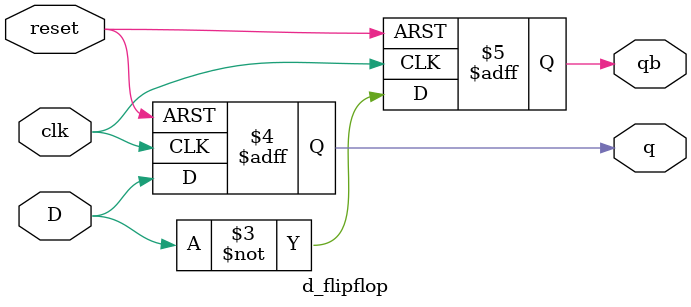
<source format=sv>
module d_flipflop(D,reset,clk,q,qb);

input logic D;
input logic reset;
input logic clk;

output logic q;
output logic qb;


//structural code for dff
//not  n1(not_reset,reset);
//and  a1(D_reset,D,not_reset);
//not  n2(Db,D_reset);
//and  a2(R,clk,Db);
//and  a3(S,clk,D_reset);
//nor  no1(q,R,qb);
//nor  no2(qb,S,q);


//behavioral code for dff for individual test of counter(to make the system respond only to the raising edge of clock)
always_ff@(posedge clk,posedge reset)
begin
if(reset == 1'b1)
begin
	q <= 0;
	qb <= 1;
end 
else
begin
	q = D;
	qb = ~D;
end 

end 

endmodule


</source>
